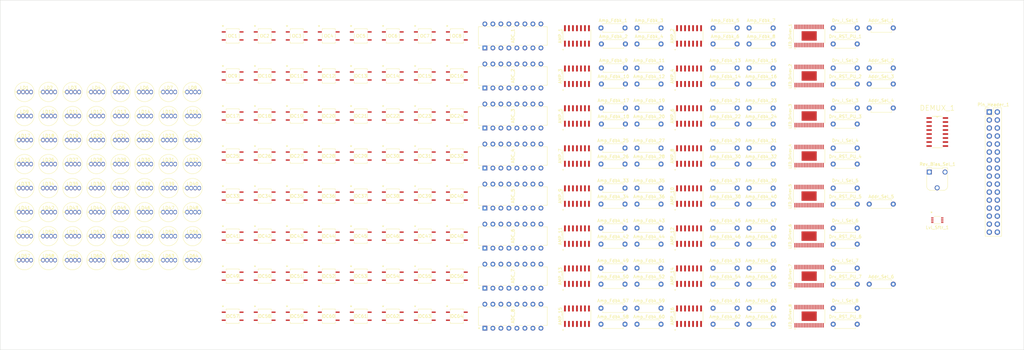
<source format=kicad_pcb>
(kicad_pcb (version 20211014) (generator pcbnew)
  (layers (0 "F.Cu" signal "Front") (31 "B.Cu" signal "Back") (34 "B.Paste" user) (35 "F.Paste" user) (36 "B.SilkS" user "B.Silkscreen") (37 "F.SilkS" user "F.Silkscreen") (38 "B.Mask" user) (39 "F.Mask" user) (44 "Edge.Cuts" user))
  (net 0 "")
  (net 1 "/LED Row IO 1/ LDRow_Amps/Amp_OP_8")
  (net 2 "/LED Row IO 1/ LDRow_Amps/Amp_OP_7")
  (net 3 "/LED Row IO 1/ LDRow_Amps/Amp_OP_6")
  (net 4 "/LED Row IO 1/ LDRow_Amps/Amp_OP_5")
  (net 5 "/LED Row IO 1/ LDRow_Amps/Amp_OP_4")
  (net 6 "/LED Row IO 1/ LDRow_Amps/Amp_OP_3")
  (net 7 "/LED Row IO 1/ LDRow_Amps/Amp_OP_2")
  (net 8 "/LED Row IO 1/ LDRow_Amps/Amp_OP_1")
  (net 9 "GND")
  (net 10 "/LED Row IO 1/ADC_SHDN")
  (net 11 "SPI_MOSI")
  (net 12 "SPI_MISO_5V")
  (net 13 "SPI_SCK")
  (net 14 "+5V")
  (net 15 "/LED Row IO 2/ LDRow_Amps/Amp_OP_8")
  (net 16 "/LED Row IO 2/ LDRow_Amps/Amp_OP_7")
  (net 17 "/LED Row IO 2/ LDRow_Amps/Amp_OP_6")
  (net 18 "/LED Row IO 2/ LDRow_Amps/Amp_OP_5")
  (net 19 "/LED Row IO 2/ LDRow_Amps/Amp_OP_4")
  (net 20 "/LED Row IO 2/ LDRow_Amps/Amp_OP_3")
  (net 21 "/LED Row IO 2/ LDRow_Amps/Amp_OP_2")
  (net 22 "/LED Row IO 2/ LDRow_Amps/Amp_OP_1")
  (net 23 "/LED Row IO 2/ADC_SHDN")
  (net 24 "/LED Row IO 3/ LDRow_Amps/Amp_OP_8")
  (net 25 "/LED Row IO 3/ LDRow_Amps/Amp_OP_7")
  (net 26 "/LED Row IO 3/ LDRow_Amps/Amp_OP_6")
  (net 27 "/LED Row IO 3/ LDRow_Amps/Amp_OP_5")
  (net 28 "/LED Row IO 3/ LDRow_Amps/Amp_OP_4")
  (net 29 "/LED Row IO 3/ LDRow_Amps/Amp_OP_3")
  (net 30 "/LED Row IO 3/ LDRow_Amps/Amp_OP_2")
  (net 31 "/LED Row IO 3/ LDRow_Amps/Amp_OP_1")
  (net 32 "/LED Row IO 3/ADC_SHDN")
  (net 33 "/LED Row IO 4/ LDRow_Amps/Amp_OP_8")
  (net 34 "/LED Row IO 4/ LDRow_Amps/Amp_OP_7")
  (net 35 "/LED Row IO 4/ LDRow_Amps/Amp_OP_6")
  (net 36 "/LED Row IO 4/ LDRow_Amps/Amp_OP_5")
  (net 37 "/LED Row IO 4/ LDRow_Amps/Amp_OP_4")
  (net 38 "/LED Row IO 4/ LDRow_Amps/Amp_OP_3")
  (net 39 "/LED Row IO 4/ LDRow_Amps/Amp_OP_2")
  (net 40 "/LED Row IO 4/ LDRow_Amps/Amp_OP_1")
  (net 41 "/LED Row IO 4/ADC_SHDN")
  (net 42 "/LED Row IO 5/ LDRow_Amps/Amp_OP_8")
  (net 43 "/LED Row IO 5/ LDRow_Amps/Amp_OP_7")
  (net 44 "/LED Row IO 5/ LDRow_Amps/Amp_OP_6")
  (net 45 "/LED Row IO 5/ LDRow_Amps/Amp_OP_5")
  (net 46 "/LED Row IO 5/ LDRow_Amps/Amp_OP_4")
  (net 47 "/LED Row IO 5/ LDRow_Amps/Amp_OP_3")
  (net 48 "/LED Row IO 5/ LDRow_Amps/Amp_OP_2")
  (net 49 "/LED Row IO 5/ LDRow_Amps/Amp_OP_1")
  (net 50 "/LED Row IO 5/ADC_SHDN")
  (net 51 "/LED Row IO 6/ LDRow_Amps/Amp_OP_8")
  (net 52 "/LED Row IO 6/ LDRow_Amps/Amp_OP_7")
  (net 53 "/LED Row IO 6/ LDRow_Amps/Amp_OP_6")
  (net 54 "/LED Row IO 6/ LDRow_Amps/Amp_OP_5")
  (net 55 "/LED Row IO 6/ LDRow_Amps/Amp_OP_4")
  (net 56 "/LED Row IO 6/ LDRow_Amps/Amp_OP_3")
  (net 57 "/LED Row IO 6/ LDRow_Amps/Amp_OP_2")
  (net 58 "/LED Row IO 6/ LDRow_Amps/Amp_OP_1")
  (net 59 "/LED Row IO 6/ADC_SHDN")
  (net 60 "/LED Row IO 7/ LDRow_Amps/Amp_OP_8")
  (net 61 "/LED Row IO 7/ LDRow_Amps/Amp_OP_7")
  (net 62 "/LED Row IO 7/ LDRow_Amps/Amp_OP_6")
  (net 63 "/LED Row IO 7/ LDRow_Amps/Amp_OP_5")
  (net 64 "/LED Row IO 7/ LDRow_Amps/Amp_OP_4")
  (net 65 "/LED Row IO 7/ LDRow_Amps/Amp_OP_3")
  (net 66 "/LED Row IO 7/ LDRow_Amps/Amp_OP_2")
  (net 67 "/LED Row IO 7/ LDRow_Amps/Amp_OP_1")
  (net 68 "/LED Row IO 7/ADC_SHDN")
  (net 69 "/LED Row IO 8/ LDRow_Amps/Amp_OP_8")
  (net 70 "/LED Row IO 8/ LDRow_Amps/Amp_OP_7")
  (net 71 "/LED Row IO 8/ LDRow_Amps/Amp_OP_6")
  (net 72 "/LED Row IO 8/ LDRow_Amps/Amp_OP_5")
  (net 73 "/LED Row IO 8/ LDRow_Amps/Amp_OP_4")
  (net 74 "/LED Row IO 8/ LDRow_Amps/Amp_OP_3")
  (net 75 "/LED Row IO 8/ LDRow_Amps/Amp_OP_2")
  (net 76 "/LED Row IO 8/ LDRow_Amps/Amp_OP_1")
  (net 77 "/LED Row IO 8/ADC_SHDN")
  (net 78 "/LED Row IO 1/Drv_AD1")
  (net 79 "/LED Row IO 2/Drv_AD1")
  (net 80 "/LED Row IO 2/Drv_AD0")
  (net 81 "/LED Row IO 3/Drv_AD1")
  (net 82 "/LED Row IO 5/Drv_AD0")
  (net 83 "/LED Row IO 7/Drv_AD0")
  (net 84 "/LED Row IO 1/ LDRow_Amps/Amp_IP_4")
  (net 85 "RB Voltage")
  (net 86 "+9V")
  (net 87 "/LED Row IO 1/ LDRow_Amps/Amp_IP_3")
  (net 88 "/LED Row IO 1/ LDRow_Amps/Amp_IP_2")
  (net 89 "/LED Row IO 1/ LDRow_Amps/Amp_IP_1")
  (net 90 "/LED Row IO 1/ LDRow_Amps/Amp_IP_8")
  (net 91 "/LED Row IO 1/ LDRow_Amps/Amp_IP_7")
  (net 92 "/LED Row IO 1/ LDRow_Amps/Amp_IP_6")
  (net 93 "/LED Row IO 1/ LDRow_Amps/Amp_IP_5")
  (net 94 "/LED Row IO 2/ LDRow_Amps/Amp_IP_4")
  (net 95 "/LED Row IO 2/ LDRow_Amps/Amp_IP_3")
  (net 96 "/LED Row IO 2/ LDRow_Amps/Amp_IP_2")
  (net 97 "/LED Row IO 2/ LDRow_Amps/Amp_IP_1")
  (net 98 "/LED Row IO 2/ LDRow_Amps/Amp_IP_8")
  (net 99 "/LED Row IO 2/ LDRow_Amps/Amp_IP_7")
  (net 100 "/LED Row IO 2/ LDRow_Amps/Amp_IP_6")
  (net 101 "/LED Row IO 2/ LDRow_Amps/Amp_IP_5")
  (net 102 "/LED Row IO 3/ LDRow_Amps/Amp_IP_4")
  (net 103 "/LED Row IO 3/ LDRow_Amps/Amp_IP_3")
  (net 104 "/LED Row IO 3/ LDRow_Amps/Amp_IP_2")
  (net 105 "/LED Row IO 3/ LDRow_Amps/Amp_IP_1")
  (net 106 "/LED Row IO 3/ LDRow_Amps/Amp_IP_8")
  (net 107 "/LED Row IO 3/ LDRow_Amps/Amp_IP_7")
  (net 108 "/LED Row IO 3/ LDRow_Amps/Amp_IP_6")
  (net 109 "/LED Row IO 3/ LDRow_Amps/Amp_IP_5")
  (net 110 "/LED Row IO 4/ LDRow_Amps/Amp_IP_4")
  (net 111 "/LED Row IO 4/ LDRow_Amps/Amp_IP_3")
  (net 112 "/LED Row IO 4/ LDRow_Amps/Amp_IP_2")
  (net 113 "/LED Row IO 4/ LDRow_Amps/Amp_IP_1")
  (net 114 "/LED Row IO 4/ LDRow_Amps/Amp_IP_8")
  (net 115 "/LED Row IO 4/ LDRow_Amps/Amp_IP_7")
  (net 116 "/LED Row IO 4/ LDRow_Amps/Amp_IP_6")
  (net 117 "/LED Row IO 4/ LDRow_Amps/Amp_IP_5")
  (net 118 "/LED Row IO 5/ LDRow_Amps/Amp_IP_4")
  (net 119 "/LED Row IO 5/ LDRow_Amps/Amp_IP_3")
  (net 120 "/LED Row IO 5/ LDRow_Amps/Amp_IP_2")
  (net 121 "/LED Row IO 5/ LDRow_Amps/Amp_IP_1")
  (net 122 "/LED Row IO 5/ LDRow_Amps/Amp_IP_8")
  (net 123 "/LED Row IO 5/ LDRow_Amps/Amp_IP_7")
  (net 124 "/LED Row IO 5/ LDRow_Amps/Amp_IP_6")
  (net 125 "/LED Row IO 5/ LDRow_Amps/Amp_IP_5")
  (net 126 "/LED Row IO 6/ LDRow_Amps/Amp_IP_4")
  (net 127 "/LED Row IO 6/ LDRow_Amps/Amp_IP_3")
  (net 128 "/LED Row IO 6/ LDRow_Amps/Amp_IP_2")
  (net 129 "/LED Row IO 6/ LDRow_Amps/Amp_IP_1")
  (net 130 "/LED Row IO 6/ LDRow_Amps/Amp_IP_8")
  (net 131 "/LED Row IO 6/ LDRow_Amps/Amp_IP_7")
  (net 132 "/LED Row IO 6/ LDRow_Amps/Amp_IP_6")
  (net 133 "/LED Row IO 6/ LDRow_Amps/Amp_IP_5")
  (net 134 "/LED Row IO 7/ LDRow_Amps/Amp_IP_4")
  (net 135 "/LED Row IO 7/ LDRow_Amps/Amp_IP_3")
  (net 136 "/LED Row IO 7/ LDRow_Amps/Amp_IP_2")
  (net 137 "/LED Row IO 7/ LDRow_Amps/Amp_IP_1")
  (net 138 "/LED Row IO 7/ LDRow_Amps/Amp_IP_8")
  (net 139 "/LED Row IO 7/ LDRow_Amps/Amp_IP_7")
  (net 140 "/LED Row IO 7/ LDRow_Amps/Amp_IP_6")
  (net 141 "/LED Row IO 7/ LDRow_Amps/Amp_IP_5")
  (net 142 "/LED Row IO 8/ LDRow_Amps/Amp_IP_4")
  (net 143 "/LED Row IO 8/ LDRow_Amps/Amp_IP_3")
  (net 144 "/LED Row IO 8/ LDRow_Amps/Amp_IP_2")
  (net 145 "/LED Row IO 8/ LDRow_Amps/Amp_IP_1")
  (net 146 "/LED Row IO 8/ LDRow_Amps/Amp_IP_8")
  (net 147 "/LED Row IO 8/ LDRow_Amps/Amp_IP_7")
  (net 148 "/LED Row IO 8/ LDRow_Amps/Amp_IP_6")
  (net 149 "/LED Row IO 8/ LDRow_Amps/Amp_IP_5")
  (net 150 "SPI_SS_0")
  (net 151 "SPI_SS_1")
  (net 152 "SPI_SS_2")
  (net 153 "Net-(Drv_I_Sel_1-Pad2)")
  (net 154 "Net-(Drv_I_Sel_2-Pad2)")
  (net 155 "Net-(Drv_I_Sel_3-Pad2)")
  (net 156 "Net-(Drv_I_Sel_4-Pad2)")
  (net 157 "Net-(Drv_I_Sel_5-Pad2)")
  (net 158 "Net-(Drv_I_Sel_6-Pad2)")
  (net 159 "Net-(Drv_I_Sel_7-Pad2)")
  (net 160 "Net-(Drv_I_Sel_8-Pad2)")
  (net 161 "Net-(Drv_RST_PU_1-Pad2)")
  (net 162 "Net-(Drv_RST_PU_2-Pad2)")
  (net 163 "Net-(Drv_RST_PU_3-Pad2)")
  (net 164 "Net-(Drv_RST_PU_4-Pad2)")
  (net 165 "Net-(Drv_RST_PU_5-Pad2)")
  (net 166 "Net-(Drv_RST_PU_6-Pad2)")
  (net 167 "Net-(Drv_RST_PU_7-Pad2)")
  (net 168 "Net-(Drv_RST_PU_8-Pad2)")
  (net 169 "/LED Row IO 1/LDRow/LD1_G")
  (net 170 "/LED Row IO 1/LDRow/LD1_B")
  (net 171 "/LED Row IO 1/LDRow/LD1_R")
  (net 172 "/LED Row IO 1/LDRow/LD2_G")
  (net 173 "/LED Row IO 1/LDRow/LD2_B")
  (net 174 "/LED Row IO 1/LDRow/LD2_R")
  (net 175 "/LED Row IO 1/LDRow/LD3_G")
  (net 176 "/LED Row IO 1/LDRow/LD3_B")
  (net 177 "/LED Row IO 1/LDRow/LD3_R")
  (net 178 "/LED Row IO 1/LDRow/LD4_G")
  (net 179 "/LED Row IO 1/LDRow/LD4_B")
  (net 180 "/LED Row IO 1/LDRow/LD4_R")
  (net 181 "/LED Row IO 1/LDRow/LD5_G")
  (net 182 "/LED Row IO 1/LDRow/LD5_B")
  (net 183 "/LED Row IO 1/LDRow/LD5_R")
  (net 184 "/LED Row IO 1/LDRow/LD6_G")
  (net 185 "/LED Row IO 1/LDRow/LD6_B")
  (net 186 "/LED Row IO 1/LDRow/LD6_R")
  (net 187 "/LED Row IO 1/LDRow/LD7_G")
  (net 188 "/LED Row IO 1/LDRow/LD7_B")
  (net 189 "/LED Row IO 1/LDRow/LD7_R")
  (net 190 "/LED Row IO 1/LDRow/LD8_G")
  (net 191 "/LED Row IO 1/LDRow/LD8_B")
  (net 192 "/LED Row IO 1/LDRow/LD8_R")
  (net 193 "/LED Row IO 2/LDRow/LD1_G")
  (net 194 "/LED Row IO 2/LDRow/LD1_B")
  (net 195 "/LED Row IO 2/LDRow/LD1_R")
  (net 196 "/LED Row IO 2/LDRow/LD2_G")
  (net 197 "/LED Row IO 2/LDRow/LD2_B")
  (net 198 "/LED Row IO 2/LDRow/LD2_R")
  (net 199 "/LED Row IO 2/LDRow/LD3_G")
  (net 200 "/LED Row IO 2/LDRow/LD3_B")
  (net 201 "/LED Row IO 2/LDRow/LD3_R")
  (net 202 "/LED Row IO 2/LDRow/LD4_G")
  (net 203 "/LED Row IO 2/LDRow/LD4_B")
  (net 204 "/LED Row IO 2/LDRow/LD4_R")
  (net 205 "/LED Row IO 2/LDRow/LD5_G")
  (net 206 "/LED Row IO 2/LDRow/LD5_B")
  (net 207 "/LED Row IO 2/LDRow/LD5_R")
  (net 208 "/LED Row IO 2/LDRow/LD6_G")
  (net 209 "/LED Row IO 2/LDRow/LD6_B")
  (net 210 "/LED Row IO 2/LDRow/LD6_R")
  (net 211 "/LED Row IO 2/LDRow/LD7_G")
  (net 212 "/LED Row IO 2/LDRow/LD7_B")
  (net 213 "/LED Row IO 2/LDRow/LD7_R")
  (net 214 "/LED Row IO 2/LDRow/LD8_G")
  (net 215 "/LED Row IO 2/LDRow/LD8_B")
  (net 216 "/LED Row IO 2/LDRow/LD8_R")
  (net 217 "/LED Row IO 3/LDRow/LD1_G")
  (net 218 "/LED Row IO 3/LDRow/LD1_B")
  (net 219 "/LED Row IO 3/LDRow/LD1_R")
  (net 220 "/LED Row IO 3/LDRow/LD2_G")
  (net 221 "/LED Row IO 3/LDRow/LD2_B")
  (net 222 "/LED Row IO 3/LDRow/LD2_R")
  (net 223 "/LED Row IO 3/LDRow/LD3_G")
  (net 224 "/LED Row IO 3/LDRow/LD3_B")
  (net 225 "/LED Row IO 3/LDRow/LD3_R")
  (net 226 "/LED Row IO 3/LDRow/LD4_G")
  (net 227 "/LED Row IO 3/LDRow/LD4_B")
  (net 228 "/LED Row IO 3/LDRow/LD4_R")
  (net 229 "/LED Row IO 3/LDRow/LD5_G")
  (net 230 "/LED Row IO 3/LDRow/LD5_B")
  (net 231 "/LED Row IO 3/LDRow/LD5_R")
  (net 232 "/LED Row IO 3/LDRow/LD6_G")
  (net 233 "/LED Row IO 3/LDRow/LD6_B")
  (net 234 "/LED Row IO 3/LDRow/LD6_R")
  (net 235 "/LED Row IO 3/LDRow/LD7_G")
  (net 236 "/LED Row IO 3/LDRow/LD7_B")
  (net 237 "/LED Row IO 3/LDRow/LD7_R")
  (net 238 "/LED Row IO 3/LDRow/LD8_G")
  (net 239 "/LED Row IO 3/LDRow/LD8_B")
  (net 240 "/LED Row IO 3/LDRow/LD8_R")
  (net 241 "/LED Row IO 4/LDRow/LD1_G")
  (net 242 "/LED Row IO 4/LDRow/LD1_B")
  (net 243 "/LED Row IO 4/LDRow/LD1_R")
  (net 244 "/LED Row IO 4/LDRow/LD2_G")
  (net 245 "/LED Row IO 4/LDRow/LD2_B")
  (net 246 "/LED Row IO 4/LDRow/LD2_R")
  (net 247 "/LED Row IO 4/LDRow/LD3_G")
  (net 248 "/LED Row IO 4/LDRow/LD3_B")
  (net 249 "/LED Row IO 4/LDRow/LD3_R")
  (net 250 "/LED Row IO 4/LDRow/LD4_G")
  (net 251 "/LED Row IO 4/LDRow/LD4_B")
  (net 252 "/LED Row IO 4/LDRow/LD4_R")
  (net 253 "/LED Row IO 4/LDRow/LD5_G")
  (net 254 "/LED Row IO 4/LDRow/LD5_B")
  (net 255 "/LED Row IO 4/LDRow/LD5_R")
  (net 256 "/LED Row IO 4/LDRow/LD6_G")
  (net 257 "/LED Row IO 4/LDRow/LD6_B")
  (net 258 "/LED Row IO 4/LDRow/LD6_R")
  (net 259 "/LED Row IO 4/LDRow/LD7_G")
  (net 260 "/LED Row IO 4/LDRow/LD7_B")
  (net 261 "/LED Row IO 4/LDRow/LD7_R")
  (net 262 "/LED Row IO 4/LDRow/LD8_G")
  (net 263 "/LED Row IO 4/LDRow/LD8_B")
  (net 264 "/LED Row IO 4/LDRow/LD8_R")
  (net 265 "/LED Row IO 5/LDRow/LD1_G")
  (net 266 "/LED Row IO 5/LDRow/LD1_B")
  (net 267 "/LED Row IO 5/LDRow/LD1_R")
  (net 268 "/LED Row IO 5/LDRow/LD2_G")
  (net 269 "/LED Row IO 5/LDRow/LD2_B")
  (net 270 "/LED Row IO 5/LDRow/LD2_R")
  (net 271 "/LED Row IO 5/LDRow/LD3_G")
  (net 272 "/LED Row IO 5/LDRow/LD3_B")
  (net 273 "/LED Row IO 5/LDRow/LD3_R")
  (net 274 "/LED Row IO 5/LDRow/LD4_G")
  (net 275 "/LED Row IO 5/LDRow/LD4_B")
  (net 276 "/LED Row IO 5/LDRow/LD4_R")
  (net 277 "/LED Row IO 5/LDRow/LD5_G")
  (net 278 "/LED Row IO 5/LDRow/LD5_B")
  (net 279 "/LED Row IO 5/LDRow/LD5_R")
  (net 280 "/LED Row IO 5/LDRow/LD6_G")
  (net 281 "/LED Row IO 5/LDRow/LD6_B")
  (net 282 "/LED Row IO 5/LDRow/LD6_R")
  (net 283 "/LED Row IO 5/LDRow/LD7_G")
  (net 284 "/LED Row IO 5/LDRow/LD7_B")
  (net 285 "/LED Row IO 5/LDRow/LD7_R")
  (net 286 "/LED Row IO 5/LDRow/LD8_G")
  (net 287 "/LED Row IO 5/LDRow/LD8_B")
  (net 288 "/LED Row IO 5/LDRow/LD8_R")
  (net 289 "/LED Row IO 6/LDRow/LD1_G")
  (net 290 "/LED Row IO 6/LDRow/LD1_B")
  (net 291 "/LED Row IO 6/LDRow/LD1_R")
  (net 292 "/LED Row IO 6/LDRow/LD2_G")
  (net 293 "/LED Row IO 6/LDRow/LD2_B")
  (net 294 "/LED Row IO 6/LDRow/LD2_R")
  (net 295 "/LED Row IO 6/LDRow/LD3_G")
  (net 296 "/LED Row IO 6/LDRow/LD3_B")
  (net 297 "/LED Row IO 6/LDRow/LD3_R")
  (net 298 "/LED Row IO 6/LDRow/LD4_G")
  (net 299 "/LED Row IO 6/LDRow/LD4_B")
  (net 300 "/LED Row IO 6/LDRow/LD4_R")
  (net 301 "/LED Row IO 6/LDRow/LD5_G")
  (net 302 "/LED Row IO 6/LDRow/LD5_B")
  (net 303 "/LED Row IO 6/LDRow/LD5_R")
  (net 304 "/LED Row IO 6/LDRow/LD6_G")
  (net 305 "/LED Row IO 6/LDRow/LD6_B")
  (net 306 "/LED Row IO 6/LDRow/LD6_R")
  (net 307 "/LED Row IO 6/LDRow/LD7_G")
  (net 308 "/LED Row IO 6/LDRow/LD7_B")
  (net 309 "/LED Row IO 6/LDRow/LD7_R")
  (net 310 "/LED Row IO 6/LDRow/LD8_G")
  (net 311 "/LED Row IO 6/LDRow/LD8_B")
  (net 312 "/LED Row IO 6/LDRow/LD8_R")
  (net 313 "/LED Row IO 7/LDRow/LD1_G")
  (net 314 "/LED Row IO 7/LDRow/LD1_B")
  (net 315 "/LED Row IO 7/LDRow/LD1_R")
  (net 316 "/LED Row IO 7/LDRow/LD2_G")
  (net 317 "/LED Row IO 7/LDRow/LD2_B")
  (net 318 "/LED Row IO 7/LDRow/LD2_R")
  (net 319 "/LED Row IO 7/LDRow/LD3_G")
  (net 320 "/LED Row IO 7/LDRow/LD3_B")
  (net 321 "/LED Row IO 7/LDRow/LD3_R")
  (net 322 "/LED Row IO 7/LDRow/LD4_G")
  (net 323 "/LED Row IO 7/LDRow/LD4_B")
  (net 324 "/LED Row IO 7/LDRow/LD4_R")
  (net 325 "/LED Row IO 7/LDRow/LD5_G")
  (net 326 "/LED Row IO 7/LDRow/LD5_B")
  (net 327 "/LED Row IO 7/LDRow/LD5_R")
  (net 328 "/LED Row IO 7/LDRow/LD6_G")
  (net 329 "/LED Row IO 7/LDRow/LD6_B")
  (net 330 "/LED Row IO 7/LDRow/LD6_R")
  (net 331 "/LED Row IO 7/LDRow/LD7_G")
  (net 332 "/LED Row IO 7/LDRow/LD7_B")
  (net 333 "/LED Row IO 7/LDRow/LD7_R")
  (net 334 "/LED Row IO 7/LDRow/LD8_G")
  (net 335 "/LED Row IO 7/LDRow/LD8_B")
  (net 336 "/LED Row IO 7/LDRow/LD8_R")
  (net 337 "/LED Row IO 8/LDRow/LD1_G")
  (net 338 "/LED Row IO 8/LDRow/LD1_B")
  (net 339 "/LED Row IO 8/LDRow/LD1_R")
  (net 340 "/LED Row IO 8/LDRow/LD2_G")
  (net 341 "/LED Row IO 8/LDRow/LD2_B")
  (net 342 "/LED Row IO 8/LDRow/LD2_R")
  (net 343 "/LED Row IO 8/LDRow/LD3_G")
  (net 344 "/LED Row IO 8/LDRow/LD3_B")
  (net 345 "/LED Row IO 8/LDRow/LD3_R")
  (net 346 "/LED Row IO 8/LDRow/LD4_G")
  (net 347 "/LED Row IO 8/LDRow/LD4_B")
  (net 348 "/LED Row IO 8/LDRow/LD4_R")
  (net 349 "/LED Row IO 8/LDRow/LD5_G")
  (net 350 "/LED Row IO 8/LDRow/LD5_B")
  (net 351 "/LED Row IO 8/LDRow/LD5_R")
  (net 352 "/LED Row IO 8/LDRow/LD6_G")
  (net 353 "/LED Row IO 8/LDRow/LD6_B")
  (net 354 "/LED Row IO 8/LDRow/LD6_R")
  (net 355 "/LED Row IO 8/LDRow/LD7_G")
  (net 356 "/LED Row IO 8/LDRow/LD7_B")
  (net 357 "/LED Row IO 8/LDRow/LD7_R")
  (net 358 "/LED Row IO 8/LDRow/LD8_G")
  (net 359 "/LED Row IO 8/LDRow/LD8_B")
  (net 360 "/LED Row IO 8/LDRow/LD8_R")
  (net 361 "/LED Row IO 1/Drv_AD0")
  (net 362 "I2C_SCL")
  (net 363 "I2C_SDA_5V")
  (net 364 "Net-(LED_Driver_2-Pad6)")
  (net 365 "Net-(LED_Driver_2-Pad9)")
  (net 366 "Net-(LED_Driver_2-Pad12)")
  (net 367 "Net-(LED_Driver_2-Pad16)")
  (net 368 "Net-(LED_Driver_2-Pad20)")
  (net 369 "Net-(LED_Driver_2-Pad24)")
  (net 370 "Net-(LED_Driver_2-Pad28)")
  (net 371 "Net-(LED_Driver_2-Pad31)")
  (net 372 "Net-(LED_Driver_3-Pad6)")
  (net 373 "Net-(LED_Driver_3-Pad9)")
  (net 374 "Net-(LED_Driver_3-Pad12)")
  (net 375 "Net-(LED_Driver_3-Pad16)")
  (net 376 "Net-(LED_Driver_3-Pad20)")
  (net 377 "Net-(LED_Driver_3-Pad24)")
  (net 378 "Net-(LED_Driver_3-Pad28)")
  (net 379 "Net-(LED_Driver_3-Pad31)")
  (net 380 "/LED Row IO 4/Drv_AD1")
  (net 381 "Net-(LED_Driver_4-Pad6)")
  (net 382 "Net-(LED_Driver_4-Pad9)")
  (net 383 "Net-(LED_Driver_4-Pad12)")
  (net 384 "Net-(LED_Driver_4-Pad16)")
  (net 385 "Net-(LED_Driver_4-Pad20)")
  (net 386 "Net-(LED_Driver_4-Pad24)")
  (net 387 "Net-(LED_Driver_4-Pad28)")
  (net 388 "Net-(LED_Driver_4-Pad31)")
  (net 389 "/LED Row IO 5/Drv_AD1")
  (net 390 "Net-(LED_Driver_5-Pad6)")
  (net 391 "Net-(LED_Driver_5-Pad9)")
  (net 392 "Net-(LED_Driver_5-Pad12)")
  (net 393 "Net-(LED_Driver_5-Pad16)")
  (net 394 "Net-(LED_Driver_5-Pad20)")
  (net 395 "Net-(LED_Driver_5-Pad24)")
  (net 396 "Net-(LED_Driver_5-Pad28)")
  (net 397 "Net-(LED_Driver_5-Pad31)")
  (net 398 "/LED Row IO 6/Drv_AD0")
  (net 399 "/LED Row IO 6/Drv_AD1")
  (net 400 "Net-(LED_Driver_6-Pad6)")
  (net 401 "Net-(LED_Driver_6-Pad9)")
  (net 402 "Net-(LED_Driver_6-Pad12)")
  (net 403 "Net-(LED_Driver_6-Pad16)")
  (net 404 "Net-(LED_Driver_6-Pad20)")
  (net 405 "Net-(LED_Driver_6-Pad24)")
  (net 406 "Net-(LED_Driver_6-Pad28)")
  (net 407 "Net-(LED_Driver_6-Pad31)")
  (net 408 "/LED Row IO 7/Drv_AD1")
  (net 409 "Net-(LED_Driver_7-Pad6)")
  (net 410 "Net-(LED_Driver_7-Pad9)")
  (net 411 "Net-(LED_Driver_7-Pad12)")
  (net 412 "Net-(LED_Driver_7-Pad16)")
  (net 413 "Net-(LED_Driver_7-Pad20)")
  (net 414 "Net-(LED_Driver_7-Pad24)")
  (net 415 "Net-(LED_Driver_7-Pad28)")
  (net 416 "Net-(LED_Driver_7-Pad31)")
  (net 417 "/LED Row IO 8/Drv_AD1")
  (net 418 "Net-(LED_Driver_8-Pad6)")
  (net 419 "Net-(LED_Driver_8-Pad9)")
  (net 420 "Net-(LED_Driver_8-Pad12)")
  (net 421 "Net-(LED_Driver_8-Pad16)")
  (net 422 "Net-(LED_Driver_8-Pad20)")
  (net 423 "Net-(LED_Driver_8-Pad24)")
  (net 424 "Net-(LED_Driver_8-Pad28)")
  (net 425 "Net-(LED_Driver_8-Pad31)")
  (net 426 "+3V3")
  (net 427 "I2C_SDA_3V3")
  (net 428 "SPI_MISO_3V3")
  (net 429 "Net-(LED_Driver_1-Pad9)")
  (net 430 "Net-(LED_Driver_1-Pad6)")
  (net 431 "Net-(LED_Driver_1-Pad31)")
  (net 432 "Net-(LED_Driver_1-Pad28)")
  (net 433 "Net-(LED_Driver_1-Pad24)")
  (net 434 "Net-(LED_Driver_1-Pad20)")
  (net 435 "Net-(LED_Driver_1-Pad16)")
  (net 436 "Net-(LED_Driver_1-Pad12)")
  (footprint "Resistor_THT:R_Axial_DIN0207_L6.3mm_D2.5mm_P7.62mm_Horizontal" (layer "F.Cu") (at 210.9432 63.5)
    (fp_text reference "Amp_Fdbk_9")
    (fp_text value "2M")
  )
  (footprint "RGB LED:WP154A4SEJ3VBDZGC&slash_CA" (layer "F.Cu") (at 35.56 71.12)
    (fp_text reference "LD2")
    (fp_text value "WP154A4SEJ3VBDZGC/CA" hide)
  )
  (footprint "Opto-coupler:footprints" (layer "F.Cu") (at 144.78 66.04)
    (fp_text reference "OC14")
    (fp_text value "CPC1125N" hide)
  )
  (footprint "Resistor_THT:R_Axial_DIN0207_L6.3mm_D2.5mm_P7.62mm_Horizontal" (layer "F.Cu") (at 222.25 63.5)
    (fp_text reference "Amp_Fdbk_11")
    (fp_text value "2M")
  )
  (footprint "Resistor_THT:R_Axial_DIN0207_L6.3mm_D2.5mm_P7.62mm_Horizontal" (layer "F.Cu") (at 284.48 55.88)
    (fp_text reference "Drv_RST_PU_1")
    (fp_text value "10K")
  )
  (footprint "Opto-coupler:footprints" (layer "F.Cu") (at 104.14 116.84)
    (fp_text reference "OC42")
    (fp_text value "CPC1125N" hide)
  )
  (footprint "ADC:MCP3008-I&slash_P" (layer "F.Cu") (at 182.88 129.54 90)
    (property "VALUE" "MCP3008-I/P-DIP16")
    (fp_text reference "ADC_7")
    (fp_text value "MCU-MCP3008-I/P(DIP16-7.62MM)" hide)
  )
  (footprint "RGB LED:WP154A4SEJ3VBDZGC&slash_CA" (layer "F.Cu") (at 66.04 93.98)
    (fp_text reference "LD30")
    (fp_text value "WP154A4SEJ3VBDZGC/CA" hide)
  )
  (footprint "RGB LED:WP154A4SEJ3VBDZGC&slash_CA" (layer "F.Cu") (at 58.42 116.84)
    (fp_text reference "LD53")
    (fp_text value "WP154A4SEJ3VBDZGC/CA" hide)
  )
  (footprint "Resistor_THT:R_Axial_DIN0207_L6.3mm_D2.5mm_P7.62mm_Horizontal" (layer "F.Cu") (at 210.82 119.38)
    (fp_text reference "Amp_Fdbk_42")
    (fp_text value "2M")
  )
  (footprint "Opto-coupler:footprints" (layer "F.Cu") (at 134.62 66.04)
    (fp_text reference "OC13")
    (fp_text value "CPC1125N" hide)
  )
  (footprint "Op-Amp:footprints" (layer "F.Cu") (at 238.76 91.44 90)
    (fp_text reference "AMP_8")
    (fp_text value "MCP619-I/SL" hide)
  )
  (footprint "RGB LED:WP154A4SEJ3VBDZGC&slash_CA" (layer "F.Cu") (at 58.42 71.12)
    (fp_text reference "LD5")
    (fp_text value "WP154A4SEJ3VBDZGC/CA" hide)
  )
  (footprint "RGB LED:WP154A4SEJ3VBDZGC&slash_CA" (layer "F.Cu") (at 73.66 124.46)
    (fp_text reference "LD63")
    (fp_text value "WP154A4SEJ3VBDZGC/CA" hide)
  )
  (footprint "RGB LED:WP154A4SEJ3VBDZGC&slash_CA" (layer "F.Cu") (at 50.8 86.36)
    (fp_text reference "LD20")
    (fp_text value "WP154A4SEJ3VBDZGC/CA" hide)
  )
  (footprint "RGB LED:WP154A4SEJ3VBDZGC&slash_CA" (layer "F.Cu") (at 43.18 101.6)
    (fp_text reference "LD35")
    (fp_text value "WP154A4SEJ3VBDZGC/CA" hide)
  )
  (footprint "Resistor_THT:R_Axial_DIN0207_L6.3mm_D2.5mm_P7.62mm_Horizontal" (layer "F.Cu") (at 222.25 132.08)
    (fp_text reference "Amp_Fdbk_52")
    (fp_text value "2M")
  )
  (footprint "Resistor_THT:R_Axial_DIN0207_L6.3mm_D2.5mm_P7.62mm_Horizontal" (layer "F.Cu") (at 210.9432 81.28)
    (fp_text reference "Amp_Fdbk_18")
    (fp_text value "2M")
  )
  (footprint "RGB LED:WP154A4SEJ3VBDZGC&slash_CA" (layer "F.Cu") (at 27.94 116.84)
    (fp_text reference "LD49")
    (fp_text value "WP154A4SEJ3VBDZGC/CA" hide)
  )
  (footprint "Resistor_THT:R_Axial_DIN0207_L6.3mm_D2.5mm_P7.62mm_Horizontal" (layer "F.Cu") (at 257.81 76.2)
    (fp_text reference "Amp_Fdbk_23")
    (fp_text value "2M")
  )
  (footprint "RGB LED:WP154A4SEJ3VBDZGC&slash_CA" (layer "F.Cu") (at 43.18 93.98)
    (fp_text reference "LD27")
    (fp_text value "WP154A4SEJ3VBDZGC/CA" hide)
  )
  (footprint "Opto-coupler:footprints" (layer "F.Cu") (at 93.98 116.84)
    (fp_text reference "OC41")
    (fp_text value "CPC1125N" hide)
  )
  (footprint "Opto-coupler:footprints" (layer "F.Cu") (at 134.62 116.84)
    (fp_text reference "OC45")
    (fp_text value "CPC1125N" hide)
  )
  (footprint "Resistor_THT:R_Axial_DIN0207_L6.3mm_D2.5mm_P7.62mm_Horizontal" (layer "F.Cu") (at 246.38 50.8)
    (fp_text reference "Amp_Fdbk_5")
    (fp_text value "2M")
  )
  (footprint "RGB LED:WP154A4SEJ3VBDZGC&slash_CA" (layer "F.Cu") (at 27.94 71.12)
    (fp_text reference "LD1")
    (fp_text value "WP154A4SEJ3VBDZGC/CA" hide)
  )
  (footprint "Resistor_THT:R_Axial_DIN0207_L6.3mm_D2.5mm_P7.62mm_Horizontal" (layer "F.Cu") (at 222.25 127)
    (fp_text reference "Amp_Fdbk_51")
    (fp_text value "2M")
  )
  (footprint "Resistor_THT:R_Axial_DIN0207_L6.3mm_D2.5mm_P7.62mm_Horizontal" (layer "F.Cu") (at 210.9432 76.2)
    (fp_text reference "Amp_Fdbk_17")
    (fp_text value "2M")
  )
  (footprint "Resistor_THT:R_Axial_DIN0207_L6.3mm_D2.5mm_P7.62mm_Horizontal" (layer "F.Cu") (at 222.25 81.28)
    (fp_text reference "Amp_Fdbk_20")
    (fp_text value "2M")
  )
  (footprint "Op-Amp:footprints" (layer "F.Cu") (at 203.2 53.34 90)
    (fp_text reference "AMP_1")
    (fp_text value "MCP619-I/SL" hide)
  )
  (footprint "Resistor_THT:R_Axial_DIN0207_L6.3mm_D2.5mm_P7.62mm_Horizontal" (layer "F.Cu") (at 284.48 127)
    (fp_text reference "Drv_I_Sel_7")
    (fp_text value "2K")
  )
  (footprint "Opto-coupler:footprints" (layer "F.Cu") (at 154.94 53.34)
    (fp_text reference "OC7")
    (fp_text value "CPC1125N" hide)
  )
  (footprint "Resistor_THT:R_Axial_DIN0207_L6.3mm_D2.5mm_P7.62mm_Horizontal" (layer "F.Cu") (at 295.91 50.8)
    (fp_text reference "Addr_Sel_1")
    (fp_text value "100K")
  )
  (footprint "Level Shifter:LSF0102DCH" (layer "F.Cu") (at 317.5 111.76)
    (fp_text reference "Lvl_Sftr_1")
    (fp_text value "VSSOP8_SOT765-1_NEX" hide)
  )
  (footprint "Resistor_THT:R_Axial_DIN0207_L6.3mm_D2.5mm_P7.62mm_Horizontal" (layer "F.Cu") (at 210.82 88.9)
    (fp_text reference "Amp_Fdbk_25")
    (fp_text value "2M")
  )
  (footprint "RGB LED:WP154A4SEJ3VBDZGC&slash_CA" (layer "F.Cu") (at 43.18 109.22)
    (fp_text reference "LD43")
    (fp_text value "WP154A4SEJ3VBDZGC/CA" hide)
  )
  (footprint "Resistor_THT:R_Axial_DIN0207_L6.3mm_D2.5mm_P7.62mm_Horizontal" (layer "F.Cu") (at 257.81 63.5)
    (fp_text reference "Amp_Fdbk_15")
    (fp_text value "2M")
  )
  (footprint "Opto-coupler:footprints" (layer "F.Cu") (at 114.3 78.74)
    (fp_text reference "OC19")
    (fp_text value "CPC1125N" hide)
  )
  (footprint "RGB LED:WP154A4SEJ3VBDZGC&slash_CA" (layer "F.Cu") (at 58.42 78.74)
    (fp_text reference "LD13")
    (fp_text value "WP154A4SEJ3VBDZGC/CA" hide)
  )
  (footprint "Resistor_THT:R_Axial_DIN0207_L6.3mm_D2.5mm_P7.62mm_Horizontal" (layer "F.Cu") (at 257.81 127)
    (fp_text reference "Amp_Fdbk_55")
    (fp_text value "2M")
  )
  (footprint "RGB LED:WP154A4SEJ3VBDZGC&slash_CA" (layer "F.Cu") (at 81.28 71.12)
    (fp_text reference "LD8")
    (fp_text value "WP154A4SEJ3VBDZGC/CA" hide)
  )
  (footprint "Resistor_THT:R_Axial_DIN0207_L6.3mm_D2.5mm_P7.62mm_Horizontal" (layer "F.Cu") (at 210.82 93.98)
    (fp_text reference "Amp_Fdbk_26")
    (fp_text value "2M")
  )
  (footprint "Connector_PinHeader_2.54mm:PinHeader_2x16_P2.54mm_Vertical" (layer "F.Cu") (at 334.005 77.47)
    (fp_text reference "Pin_Header_1")
    (fp_text value "Conn_02x16_Odd_Even")
  )
  (footprint "Opto-coupler:footprints" (layer "F.Cu") (at 93.98 78.74)
    (fp_text reference "OC17")
    (fp_text value "CPC1125N" hide)
  )
  (footprint "ADC:MCP3008-I&slash_P" (layer "F.Cu") (at 182.88 104.14 90)
    (property "VALUE" "MCP3008-I/P-DIP16")
    (fp_text reference "ADC_5")
    (fp_text value "MCU-MCP3008-I/P(DIP16-7.62MM)" hide)
  )
  (footprint "Resistor_THT:R_Axial_DIN0207_L6.3mm_D2.5mm_P7.62mm_Horizontal" (layer "F.Cu") (at 210.82 139.7)
    (fp_text reference "Amp_Fdbk_57")
    (fp_text value "2M")
  )
  (footprint "Opto-coupler:footprints" (layer "F.Cu") (at 165.1 53.34)
    (fp_text reference "OC8")
    (fp_text value "CPC1125N" hide)
  )
  (footprint "Resistor_THT:R_Axial_DIN0207_L6.3mm_D2.5mm_P7.62mm_Horizontal" (layer "F.Cu") (at 246.38 68.58)
    (fp_text reference "Amp_Fdbk_14")
    (fp_text value "2M")
  )
  (footprint "Resistor_THT:R_Axial_DIN0207_L6.3mm_D2.5mm_P7.62mm_Horizontal" (layer "F.Cu") (at 222.25 93.98)
    (fp_text reference "Amp_Fdbk_28")
    (fp_text value "2M")
  )
  (footprint "Opto-coupler:footprints" (layer "F.Cu") (at 154.94 129.54)
    (fp_text reference "OC55")
    (fp_text value "CPC1125N" hide)
  )
  (footprint "Resistor_THT:R_Axial_DIN0207_L6.3mm_D2.5mm_P7.62mm_Horizontal" (layer "F.Cu") (at 222.25 76.2)
    (fp_text reference "Amp_Fdbk_19")
    (fp_text value "2M")
  )
  (footprint "Opto-coupler:footprints" (layer "F.Cu") (at 124.46 53.34)
    (fp_text reference "OC4")
    (fp_text value "CPC1125N" hide)
  )
  (footprint "RGB LED:WP154A4SEJ3VBDZGC&slash_CA" (layer "F.Cu") (at 35.56 101.6)
    (fp_text reference "LD34")
    (fp_text value "WP154A4SEJ3VBDZGC/CA" hide)
  )
  (footprint "Opto-coupler:footprints" (layer "F.Cu") (at 144.78 104.14)
    (fp_text reference "OC38")
    (fp_text value "CPC1125N" hide)
  )
  (footprint "RGB LED:WP154A4SEJ3VBDZGC&slash_CA" (layer "F.Cu") (at 50.8 78.74)
    (fp_text reference "LD12")
    (fp_text value "WP154A4SEJ3VBDZGC/CA" hide)
  )
  (footprint "Resistor_THT:R_Axial_DIN0207_L6.3mm_D2.5mm_P7.62mm_Horizontal" (layer "F.Cu") (at 257.81 81.28)
    (fp_text reference "Amp_Fdbk_24")
    (fp_text value "2M")
  )
  (footprint "Opto-coupler:footprints" (layer "F.Cu") (at 165.1 116.84)
    (fp_text reference "OC48")
    (fp_text value "CPC1125N" hide)
  )
  (footprint "Op-Amp:footprints" (layer "F.Cu") (at 238.76 78.74 90)
    (fp_text reference "AMP_6")
    (fp_text value "MCP619-I/SL" hide)
  )
  (footprint "Opto-coupler:footprints" (layer "F.Cu") (at 114.3 104.14)
    (fp_text reference "OC35")
    (fp_text value "CPC1125N" hide)
  )
  (footprint "RGB LED:WP154A4SEJ3VBDZGC&slash_CA" (layer "F.Cu") (at 73.66 93.98)
    (fp_text reference "LD31")
    (fp_text value "WP154A4SEJ3VBDZGC/CA" hide)
  )
  (footprint "Opto-coupler:footprints" (layer "F.Cu") (at 165.1 78.74)
    (fp_text reference "OC24")
    (fp_text value "CPC1125N" hide)
  )
  (footprint "RGB LED:WP154A4SEJ3VBDZGC&slash_CA" (layer "F.Cu") (at 81.28 93.98)
    (fp_text reference "LD32")
    (fp_text value "WP154A4SEJ3VBDZGC/CA" hide)
  )
  (footprint "Resistor_THT:R_Axial_DIN0207_L6.3mm_D2.5mm_P7.62mm_Horizontal" (layer "F.Cu") (at 257.81 139.7)
    (fp_text reference "Amp_Fdbk_63")
    (fp_text value "2M")
  )
  (footprint "RGB LED:WP154A4SEJ3VBDZGC&slash_CA" (layer "F.Cu") (at 81.28 78.74)
    (fp_text reference "LD16")
    (fp_text value "WP154A4SEJ3VBDZGC/CA" hide)
  )
  (footprint "Resistor_THT:R_Axial_DIN0207_L6.3mm_D2.5mm_P7.62mm_Horizontal" (layer "F.Cu") (at 246.38 139.7)
    (fp_text reference "Amp_Fdbk_61")
    (fp_text value "2M")
  )
  (footprint "RGB LED:WP154A4SEJ3VBDZGC&slash_CA" (layer "F.Cu") (at 73.66 109.22)
    (fp_text reference "LD47")
    (fp_text value "WP154A4SEJ3VBDZGC/CA" hide)
  )
  (footprint "RGB LED:WP154A4SEJ3VBDZGC&slash_CA" (layer "F.Cu") (at 27.94 109.22)
    (fp_text reference "LD41")
    (fp_text value "WP154A4SEJ3VBDZGC/CA" hide)
  )
  (footprint "Op-Amp:footprints" (layer "F.Cu") (at 238.76 66.125 90)
    (fp_text reference "AMP_4")
    (fp_text value "MCP619-I/SL" hide)
  )
  (footprint "RGB LED:WP154A4SEJ3VBDZGC&slash_CA" (layer "F.Cu") (at 81.28 86.36)
    (fp_text reference "LD24")
    (fp_text value "WP154A4SEJ3VBDZGC/CA" hide)
  )
  (footprint "Opto-coupler:footprints" (layer "F.Cu") (at 114.3 142.24)
    (fp_text reference "OC59")
    (fp_text value "CPC1125N" hide)
  )
  (footprint "RGB LED:WP154A4SEJ3VBDZGC&slash_CA" (layer "F.Cu") (at 81.28 124.46)
    (fp_text reference "LD64")
    (fp_text value "WP154A4SEJ3VBDZGC/CA" hide)
  )
  (footprint "LED Driver:SOP50P640X110-39N" (layer "F.Cu") (at 276.86 66.04 90)
    (fp_text reference "LED_Driver_2")
    (fp_text value "PCA9956BTWY" hide)
  )
  (footprint "Resistor_THT:R_Axial_DIN0207_L6.3mm_D2.5mm_P7.62mm_Horizontal" (layer "F.Cu") (at 284.48 101.6)
    (fp_text reference "Drv_I_Sel_5")
    (fp_text value "2K")
  )
  (footprint "Opto-coupler:footprints" (layer "F.Cu") (at 165.1 142.24)
    (fp_text reference "OC64")
    (fp_text value "CPC1125N" hide)
  )
  (footprint "Opto-coupler:footprints" (layer "F.Cu") (at 114.3 66.04)
    (fp_text reference "OC11")
    (fp_text value "CPC1125N" hide)
  )
  (footprint "LED Driver:SOP50P640X110-39N" (layer "F.Cu") (at 276.82 116.84 90)
    (fp_text reference "LED_Driver_6")
    (fp_text value "PCA9956BTWY" hide)
  )
  (footprint "ADC:MCP3008-I&slash_P" (layer "F.Cu") (at 182.88 116.84 90)
    (property "VALUE" "MCP3008-I/P-DIP16")
    (fp_text reference "ADC_6")
    (fp_text value "MCU-MCP3008-I/P(DIP16-7.62MM)" hide)
  )
  (footprint "Resistor_THT:R_Axial_DIN0207_L6.3mm_D2.5mm_P7.62mm_Horizontal" (layer "F.Cu") (at 210.82 127)
    (fp_text reference "Amp_Fdbk_49")
    (fp_text value "2M")
  )
  (footprint "Opto-coupler:footprints" (layer "F.Cu") (at 124.46 129.54)
    (fp_text reference "OC52")
    (fp_text value "CPC1125N" hide)
  )
  (footprint "Resistor_THT:R_Axial_DIN0207_L6.3mm_D2.5mm_P7.62mm_Horizontal" (layer "F.Cu") (at 210.82 132.08)
    (fp_text reference "Amp_Fdbk_50")
    (fp_text value "2M")
  )
  (footprint "Op-Amp:footprints" (layer "F.Cu") (at 203.2 142.24 90)
    (fp_text reference "AMP_15")
    (fp_text value "MCP619-I/SL" hide)
  )
  (footprint "Opto-coupler:footprints" (layer "F.Cu") (at 104.14 78.74)
    (fp_text reference "OC18")
    (fp_text value "CPC1125N" hide)
  )
  (footprint "RGB LED:WP154A4SEJ3VBDZGC&slash_CA" (layer "F.Cu") (at 35.56 86.36)
    (fp_text reference "LD18")
    (fp_text value "WP154A4SEJ3VBDZGC/CA" hide)
  )
  (footprint "Resistor_THT:R_Axial_DIN0207_L6.3mm_D2.5mm_P7.62mm_Horizontal" (layer "F.Cu") (at 284.48 132.08)
    (fp_text reference "Drv_RST_PU_7")
    (fp_text value "10K")
  )
  (footprint "ADC:MCP3008-I&slash_P" (layer "F.Cu") (at 182.88 142.24 90)
    (property "VALUE" "MCP3008-I/P-DIP16")
    (fp_text reference "ADC_8")
    (fp_text value "MCU-MCP3008-I/P(DIP16-7.62MM)" hide)
  )
  (footprint "RGB LED:WP154A4SEJ3VBDZGC&slash_CA" (layer "F.Cu") (at 27.94 93.98)
    (fp_text reference "LD25")
    (fp_text value "WP154A4SEJ3VBDZGC/CA" hide)
  )
  (footprint "Potentiometer_THT:Potentiometer_Runtron_RM-065_Vertical" (layer "F.Cu") (at 314.96 96.52)
    (fp_text reference "Rev_Bias_Sel_1")
    (fp_text value "100K")
  )
  (footprint "Resistor_THT:R_Axial_DIN0207_L6.3mm_D2.5mm_P7.62mm_Horizontal" (layer "F.Cu") (at 222.25 68.58)
    (fp_text reference "Amp_Fdbk_12")
    (fp_text value "2M")
  )
  (footprint "LED Driver:SOP50P640X110-39N" (layer "F.Cu") (at 276.86 129.54 90)
    (fp_text reference "LED_Driver_7")
    (fp_text value "PCA9956BTWY" hide)
  )
  (footprint "RGB LED:WP154A4SEJ3VBDZGC&slash_CA" (layer "F.Cu") (at 43.18 71.12)
    (fp_text reference "LD3")
    (fp_text value "WP154A4SEJ3VBDZGC/CA" hide)
  )
  (footprint "Resistor_THT:R_Axial_DIN0207_L6.3mm_D2.5mm_P7.62mm_Horizontal" (layer "F.Cu") (at 257.81 114.3)
    (fp_text reference "Amp_Fdbk_47")
    (fp_text value "2M")
  )
  (footprint "Opto-coupler:footprints" (layer "F.Cu") (at 93.98 66.04)
    (fp_text reference "OC9")
    (fp_text value "CPC1125N" hide)
  )
  (footprint "Resistor_THT:R_Axial_DIN0207_L6.3mm_D2.5mm_P7.62mm_Horizontal" (layer "F.Cu") (at 246.38 63.5)
    (fp_text reference "Amp_Fdbk_13")
    (fp_text value "2M")
  )
  (footprint "RGB LED:WP154A4SEJ3VBDZGC&slash_CA" (layer "F.Cu") (at 43.18 78.74)
    (fp_text reference "LD11")
    (fp_text value "WP154A4SEJ3VBDZGC/CA" hide)
  )
  (footprint "Opto-coupler:footprints" (layer "F.Cu") (at 124.46 66.04)
    (fp_text reference "OC12")
    (fp_text value "CPC1125N" hide)
  )
  (footprint "RGB LED:WP154A4SEJ3VBDZGC&slash_CA" (layer "F.Cu") (at 50.8 101.6)
    (fp_text reference "LD36")
    (fp_text value "WP154A4SEJ3VBDZGC/CA" hide)
  )
  (footprint "ADC:MCP3008-I&slash_P" (layer "F.Cu") (at 182.88 91.44 90)
    (property "VALUE" "MCP3008-I/P-DIP16")
    (fp_text reference "ADC_4")
    (fp_text value "MCU-MCP3008-I/P(DIP16-7.62MM)" hide)
  )
  (footprint "Resistor_THT:R_Axial_DIN0207_L6.3mm_D2.5mm_P7.62mm_Horizontal" (layer "F.Cu") (at 257.81 50.8)
    (fp_text reference "Amp_Fdbk_7")
    (fp_text value "2M")
  )
  (footprint "RGB LED:WP154A4SEJ3VBDZGC&slash_CA" (layer "F.Cu") (at 58.42 109.22)
    (fp_text reference "LD45")
    (fp_text value "WP154A4SEJ3VBDZGC/CA" hide)
  )
  (footprint "Op-Amp:footprints" (layer "F.Cu") (at 203.2 129.54 90)
    (fp_text reference "AMP_13")
    (fp_text value "MCP619-I/SL" hide)
  )
  (footprint "Resistor_THT:R_Axial_DIN0207_L6.3mm_D2.5mm_P7.62mm_Horizontal" (layer "F.Cu") (at 257.81 144.78)
    (fp_text reference "Amp_Fdbk_64")
    (fp_text value "2M")
  )
  (footprint "Resistor_THT:R_Axial_DIN0207_L6.3mm_D2.5mm_P7.62mm_Horizontal" (layer "F.Cu") (at 246.38 144.78)
    (fp_text reference "Amp_Fdbk_62")
    (fp_text value "2M")
  )
  (footprint "RGB LED:WP154A4SEJ3VBDZGC&slash_CA" (layer "F.Cu") (at 66.04 71.12)
    (fp_text reference "LD6")
    (fp_text value "WP154A4SEJ3VBDZGC/CA" hide)
  )
  (footprint "Opto-coupler:footprints" (layer "F.Cu") (at 144.78 116.84)
    (fp_text reference "OC46")
    (fp_text value "CPC1125N" hide)
  )
  (footprint "Resistor_THT:R_Axial_DIN0207_L6.3mm_D2.5mm_P7.62mm_Horizontal" (layer "F.Cu") (at 222.25 101.6)
    (fp_text reference "Amp_Fdbk_35")
    (fp_text value "2M")
  )
  (footprint "Resistor_THT:R_Axial_DIN0207_L6.3mm_D2.5mm_P7.62mm_Horizontal" (layer "F.Cu") (at 246.38 76.2)
    (fp_text reference "Amp_Fdbk_21")
    (fp_text value "2M")
  )
  (footprint "Opto-coupler:footprints" (layer "F.Cu") (at 165.1 104.14)
    (fp_text reference "OC40")
    (fp_text value "CPC1125N" hide)
  )
  (footprint "Opto-coupler:footprints" (layer "F.Cu") (at 144.78 78.74)
    (fp_text reference "OC22")
    (fp_text value "CPC1125N" hide)
  )
  (footprint "Opto-coupler:footprints" (layer "F.Cu") (at 144.78 91.44)
    (fp_text reference "OC30")
    (fp_text value "CPC1125N" hide)
  )
  (footprint "Opto-coupler:footprints" (layer "F.Cu") (at 93.98 53.34)
    (fp_text reference "OC1")
    (fp_text value "CPC1125N" hide)
  )
  (footprint "Opto-coupler:footprints" (layer "F.Cu") (at 154.94 104.14)
    (fp_text reference "OC39")
    (fp_text value "CPC1125N" hide)
  )
  (footprint "DEMUX:footprints" (layer "F.Cu") (at 317.5 83.82)
    (fp_text reference "DEMUX_1")
    (fp_text value "74HC138D-Q100,118" hide)
  )
  (footprint "Op-Amp:footprints" (layer "F.Cu") (at 203.2 66.125 90)
    (fp_text reference "AMP_3")
    (fp_text value "MCP619-I/SL" hide)
  )
  (footprint "Resistor_THT:R_Axial_DIN0207_L6.3mm_D2.5mm_P7.62mm_Horizontal" (layer "F.Cu") (at 295.91 76.2)
    (fp_text reference "Addr_Sel_4")
    (fp_text value "100K")
  )
  (footprint "Opto-coupler:footprints" (layer "F.Cu") (at 165.1 129.54)
    (fp_text reference "OC56")
    (fp_text value "CPC1125N" hide)
  )
  (footprint "Resistor_THT:R_Axial_DIN0207_L6.3mm_D2.5mm_P7.62mm_Horizontal" (layer "F.Cu") (at 257.81 55.88)
    (fp_text reference "Amp_Fdbk_8")
    (fp_text value "2M")
  )
  (footprint "Opto-coupler:footprints" (layer "F.Cu") (at 93.98 142.24)
    (fp_text reference "OC57")
    (fp_text value "CPC1125N" hide)
  )
  (footprint "RGB LED:WP154A4SEJ3VBDZGC&slash_CA" (layer "F.Cu") (at 81.28 101.6)
    (fp_text reference "LD40")
    (fp_text value "WP154A4SEJ3VBDZGC/CA" hide)
  )
  (footprint "Opto-coupler:footprints" (layer "F.Cu") (at 134.62 91.44)
    (fp_text reference "OC29")
    (fp_text value "CPC1125N" hide)
  )
  (footprint "Op-Amp:footprints" (layer "F.Cu") (at 238.76 116.84 90)
    (fp_text reference "AMP_12")
    (fp_text value "MCP619-I/SL" hide)
  )
  (footprint "RGB LED:WP154A4SEJ3VBDZGC&slash_CA" (layer "F.Cu") (at 50.8 124.46)
    (fp_text reference "LD60")
    (fp_text value "WP154A4SEJ3VBDZGC/CA" hide)
  )
  (footprint "RGB LED:WP154A4SEJ3VBDZGC&slash_CA" (layer "F.Cu") (at 66.04 101.6)
    (fp_text reference "LD38")
    (fp_text value "WP154A4SEJ3VBDZGC/CA" hide)
  )
  (footprint "Op-Amp:footprints" (layer "F.Cu") (at 238.76 53.34 90)
    (fp_text reference "AMP_2")
    (fp_text value "MCP619-I/SL" hide)
  )
  (footprint "Resistor_THT:R_Axial_DIN0207_L6.3mm_D2.5mm_P7.62mm_Horizontal" (layer "F.Cu") (at 257.81 88.9)
    (fp_text reference "Amp_Fdbk_31")
    (fp_text value "2M")
  )
  (footprint "Opto-coupler:footprints" (layer "F.Cu") (at 104.14 129.54)
    (fp_text reference "OC50")
    (fp_text value "CPC1125N" hide)
  )
  (footprint "Op-Amp:footprints" (layer "F.Cu") (at 203.2 78.74 90)
    (fp_text reference "AMP_5")
    (fp_text value "MCP619-I/SL" hide)
  )
  (footprint "RGB LED:WP154A4SEJ3VBDZGC&slash_CA" (layer "F.Cu") (at 35.56 109.22)
    (fp_text reference "LD42")
    (fp_text value "WP154A4SEJ3VBDZGC/CA" hide)
  )
  (footprint "RGB LED:WP154A4SEJ3VBDZGC&slash_CA" (layer "F.Cu") (at 50.8 116.84)
    (fp_text reference "LD52")
    (fp_text value "WP154A4SEJ3VBDZGC/CA" hide)
  )
  (footprint "Resistor_THT:R_Axial_DIN0207_L6.3mm_D2.5mm_P7.62mm_Horizontal" (layer "F.Cu") (at 295.91 68.58)
    (fp_text reference "Addr_Sel_3")
    (fp_text value "100K")
  )
  (footprint "Opto-coupler:footprints" (layer "F.Cu") (at 124.46 78.74)
    (fp_text reference "OC20")
    (fp_text value "CPC1125N" hide)
  )
  (footprint "Opto-coupler:footprints" (layer "F.Cu") (at 93.98 104.14)
    (fp_text reference "OC33")
    (fp_text value "CPC1125N" hide)
  )
  (footprint "RGB LED:WP154A4SEJ3VBDZGC&slash_CA" (layer "F.Cu") (at 66.04 109.22)
    (fp_text reference "LD46")
    (fp_text value "WP154A4SEJ3VBDZGC/CA" hide)
  )
  (footprint "Resistor_THT:R_Axial_DIN0207_L6.3mm_D2.5mm_P7.62mm_Horizontal" (layer "F.Cu") (at 210.9432 68.58)
    (fp_text reference "Amp_Fdbk_10")
    (fp_text value "2M")
  )
  (footprint "RGB LED:WP154A4SEJ3VBDZGC&slash_CA" (layer "F.Cu") (at 81.28 109.22)
    (fp_text reference "LD48")
    (fp_text value "WP154A4SEJ3VBDZGC/CA" hide)
  )
  (footprint "Resistor_THT:R_Axial_DIN0207_L6.3mm_D2.5mm_P7.62mm_Horizontal" (layer "F.Cu") (at 295.91 106.68)
    (fp_text reference "Addr_Sel_5")
    (fp_text value "100K")
  )
  (footprint "ADC:MCP3008-I&slash_P" (layer "F.Cu") (at 182.88 78.74 90)
    (property "VALUE" "MCP3008-I/P-DIP16")
    (fp_text reference "ADC_3")
    (fp_text value "MCU-MCP3008-I/P(DIP16-7.62MM)" hide)
  )
  (footprint "RGB LED:WP154A4SEJ3VBDZGC&slash_CA" (layer "F.Cu") (at 81.28 116.84)
    (fp_text reference "LD56")
    (fp_text value "WP154A4SEJ3VBDZGC/CA" hide)
  )
  (footprint "Opto-coupler:footprints" (layer "F.Cu") (at 134.62 53.34)
    (fp_text reference "OC5")
    (fp_text value "CPC1125N" hide)
  )
  (footprint "Resistor_THT:R_Axial_DIN0207_L6.3mm_D2.5mm_P7.62mm_Horizontal" (layer "F.Cu") (at 246.38 81.28)
    (fp_text reference "Amp_Fdbk_22")
    (fp_text value "2M")
  )
  (footprint "Resistor_THT:R_Axial_DIN0207_L6.3mm_D2.5mm_P7.62mm_Horizontal" (layer "F.Cu") (at 284.48 88.9)
    (fp_text reference "Drv_I_Sel_4")
    (fp_text value "2K")
  )
  (footprint "Resistor_THT:R_Axial_DIN0207_L6.3mm_D2.5mm_P7.62mm_Horizontal" (layer "F.Cu") (at 284.48 63.5)
    (fp_text reference "Drv_I_Sel_2")
    (fp_text value "2K")
  )
  (footprint "Op-Amp:footprints" (layer "F.Cu") (at 238.76 142.24 90)
    (fp_text reference "AMP_16")
    (fp_text value "MCP619-I/SL" hide)
  )
  (footprint "Resistor_THT:R_Axial_DIN0207_L6.3mm_D2.5mm_P7.62mm_Horizontal" (layer "F.Cu") (at 246.38 127)
    (fp_text reference "Amp_Fdbk_53")
    (fp_text value "2M")
  )
  (footprint "RGB LED:WP154A4SEJ3VBDZGC&slash_CA" (layer "F.Cu") (at 58.42 101.6)
    (fp_text reference "LD37")
    (fp_text value "WP154A4SEJ3VBDZGC/CA" hide)
  )
  (footprint "Resistor_THT:R_Axial_DIN0207_L6.3mm_D2.5mm_P7.62mm_Horizontal" (layer "F.Cu") (at 257.81 106.68)
    (fp_text reference "Amp_Fdbk_40")
    (fp_text value "2M")
  )
  (footprint "RGB LED:WP154A4SEJ3VBDZGC&slash_CA" (layer "F.Cu") (at 27.94 124.46)
    (fp_text reference "LD57")
    (fp_text value "WP154A4SEJ3VBDZGC/CA" hide)
  )
  (footprint "Resistor_THT:R_Axial_DIN0207_L6.3mm_D2.5mm_P7.62mm_Horizontal" (layer "F.Cu") (at 257.81 93.98)
    (fp_text reference "Amp_Fdbk_32")
    (fp_text value "2M")
  )
  (footprint "Resistor_THT:R_Axial_DIN0207_L6.3mm_D2.5mm_P7.62mm_Horizontal" (layer "F.Cu") (at 246.38 55.88)
    (fp_text reference "Amp_Fdbk_6")
    (fp_text value "2M")
  )
  (footprint "LED Driver:SOP50P640X110-39N" (layer "F.Cu") (at 276.86 78.74 90)
    (fp_text reference "LED_Driver_3")
    (fp_text value "PCA9956BTWY" hide)
  )
  (footprint "RGB LED:WP154A4SEJ3VBDZGC&slash_CA" (layer "F.Cu") (at 35.56 116.84)
    (fp_text reference "LD50")
    (fp_text value "WP154A4SEJ3VBDZGC/CA" hide)
  )
  (footprint "Op-Amp:footprints" (layer "F.Cu") (at 238.76 104.14 90)
    (fp_text reference "AMP_10")
    (fp_text value "MCP619-I/SL" hide)
  )
  (footprint "RGB LED:WP154A4SEJ3VBDZGC&slash_CA" (layer "F.Cu") (at 73.66 116.84)
    (fp_text reference "LD55")
    (fp_text value "WP154A4SEJ3VBDZGC/CA" hide)
  )
  (footprint "LED Driver:SOP50P640X110-39N" (layer "F.Cu") (at 276.86 142.24 90)
    (fp_text reference "LED_Driver_8")
    (fp_text value "PCA9956BTWY" hide)
  )
  (footprint "RGB LED:WP154A4SEJ3VBDZGC&slash_CA" (layer "F.Cu") (at 58.42 93.98)
    (fp_text reference "LD29")
    (fp_text value "WP154A4SEJ3VBDZGC/CA" hide)
  )
  (footprint "Resistor_THT:R_Axial_DIN0207_L6.3mm_D2.5mm_P7.62mm_Horizontal" (layer "F.Cu") (at 246.38 106.68)
    (fp_text reference "Amp_Fdbk_38")
    (fp_text value "2M")
  )
  (footprint "RGB LED:WP154A4SEJ3VBDZGC&slash_CA" (layer "F.Cu") (at 27.94 86.36)
    (fp_text reference "LD17")
    (fp_text value "WP154A4SEJ3VBDZGC/CA" hide)
  )
  (footprint "RGB LED:WP154A4SEJ3VBDZGC&slash_CA" (layer "F.Cu") (at 66.04 78.74)
    (fp_text reference "LD14")
    (fp_text value "WP154A4SEJ3VBDZGC/CA" hide)
  )
  (footprint "RGB LED:WP154A4SEJ3VBDZGC&slash_CA" (layer "F.Cu") (at 50.8 93.98)
    (fp_text reference "LD28")
    (fp_text value "WP154A4SEJ3VBDZGC/CA" hide)
  )
  (footprint "Opto-coupler:footprints" (layer "F.Cu") (at 134.62 129.54)
    (fp_text reference "OC53")
    (fp_text value "CPC1125N" hide)
  )
  (footprint "Resistor_THT:R_Axial_DIN0207_L6.3mm_D2.5mm_P7.62mm_Horizontal" (layer "F.Cu") (at 222.25 144.78)
    (fp_text reference "Amp_Fdbk_60")
    (fp_text value "2M")
  )
  (footprint "Opto-coupler:footprints" (layer "F.Cu") (at 93.98 91.44)
    (fp_text reference "OC25")
    (fp_text value "CPC1125N" hide)
  )
  (footprint "Opto-coupler:footprints" (layer "F.Cu") (at 104.14 104.14)
    (fp_text reference "OC34")
    (fp_text value "CPC1125N" hide)
  )
  (footprint "RGB LED:WP154A4SEJ3VBDZGC&slash_CA" (layer "F.Cu") (at 50.8 71.12)
    (fp_text reference "LD4")
    (fp_text value "WP154A4SEJ3VBDZGC/CA" hide)
  )
  (footprint "ADC:MCP3008-I&slash_P" (layer "F.Cu") (at 182.88 53.34 90)
    (property "VALUE" "MCP3008-I/P-DIP16")
    (fp_text reference "ADC_1")
    (fp_text value "MCU-MCP3008-I/P(DIP16-7.62MM)" hide)
  )
  (footprint "Resistor_THT:R_Axial_DIN0207_L6.3mm_D2.5mm_P7.62mm_Horizontal" (layer "F.Cu") (at 210.82 106.68)
    (fp_text reference "Amp_Fdbk_34")
    (fp_text value "2M")
  )
  (footprint "Resistor_THT:R_Axial_DIN0207_L6.3mm_D2.5mm_P7.62mm_Horizontal" (layer "F.Cu") (at 257.81 68.58)
    (fp_text reference "Amp_Fdbk_16")
    (fp_text value "2M")
  )
  (footprint "Resistor_THT:R_Axial_DIN0207_L6.3mm_D2.5mm_P7.62mm_Horizontal" (layer "F.Cu") (at 246.38 101.6)
    (fp_text reference "Amp_Fdbk_37")
    (fp_text value "2M")
  )
  (footprint "RGB LED:WP154A4SEJ3VBDZGC&slash_CA" (layer "F.Cu") (at 73.66 78.74)
    (fp_text reference "LD15")
    (fp_text value "WP154A4SEJ3VBDZGC/CA" hide)
  )
  (footprint "Opto-coupler:footprints" (layer "F.Cu") (at 165.1 91.44)
    (fp_text reference "OC32")
    (fp_text value "CPC1125N" hide)
  )
  (footprint "Resistor_THT:R_Axial_DIN0207_L6.3mm_D2.5mm_P7.62mm_Horizontal" (layer "F.Cu") (at 210.82 101.6)
    (fp_text reference "Amp_Fdbk_33")
    (fp_text value "2M")
  )
  (footprint "Opto-coupler:footprints" (layer "F.Cu") (at 144.78 129.54)
    (fp_text reference "OC54")
    (fp_text value "CPC1125N" hide)
  )
  (footprint "RGB LED:WP154A4SEJ3VBDZGC&slash_CA" (layer "F.Cu") (at 73.66 86.36)
    (fp_text reference "LD23")
    (fp_text value "WP154A4SEJ3VBDZGC/CA" hide)
  )
  (footprint "RGB LED:WP154A4SEJ3VBDZGC&slash_CA" (layer "F.Cu") (at 58.42 124.46)
    (fp_text reference "LD61")
    (fp_text value "WP154A4SEJ3VBDZGC/CA" hide)
  )
  (footprint "Resistor_THT:R_Axial_DIN0207_L6.3mm_D2.5mm_P7.62mm_Horizontal" (layer "F.Cu") (at 246.38 119.38)
    (fp_text reference "Amp_Fdbk_46")
    (fp_text value "2M")
  )
  (footprint "Opto-coupler:footprints" (layer "F.Cu") (at 104.14 53.34)
    (fp_text reference "OC2")
    (fp_text value "CPC1125N" hide)
  )
  (footprint "LED Driver:SOP50P640X110-39N" (layer "F.Cu") (at 276.86 91.44 90)
    (fp_text reference "LED_Driver_4")
    (fp_text value "PCA9956BTWY" hide)
  )
  (footprint "RGB LED:WP154A4SEJ3VBDZGC&slash_CA" (layer "F.Cu") (at 43.18 124.46)
    (fp_text reference "LD59")
    (fp_text value "WP154A4SEJ3VBDZGC/CA" hide)
  )
  (footprint "Resistor_THT:R_Axial_DIN0207_L6.3mm_D2.5mm_P7.62mm_Horizontal" (layer "F.Cu") (at 210.82 144.78)
    (fp_text reference "Amp_Fdbk_58")
    (fp_text value "2M")
  )
  (footprint "RGB LED:WP154A4SEJ3VBDZGC&slash_CA" (layer "F.Cu") (at 58.42 86.36)
    (fp_text reference "LD21")
    (fp_text value "WP154A4SEJ3VBDZGC/CA" hide)
  )
  (footprint "Opto-coupler:footprints" (layer "F.Cu") (at 144.78 142.24)
    (fp_text reference "OC62")
    (fp_text value "CPC1125N" hide)
  )
  (footprint "Opto-coupler:footprints" (layer "F.Cu") (at 104.14 91.44)
    (fp_text reference "OC26")
    (fp_text value "CPC1125N" hide)
  )
  (footprint "Resistor_THT:R_Axial_DIN0207_L6.3mm_D2.5mm_P7.62mm_Horizontal" (layer "F.Cu") (at 222.25 106.68)
    (fp_text reference "Amp_Fdbk_36")
    (fp_text value "2M")
  )
  (footprint "Opto-coupler:footprints" (layer "F.Cu") (at 93.98 129.54)
    (fp_text reference "OC49")
    (fp_text value "CPC1125N" hide)
  )
  (footprint "Resistor_THT:R_Axial_DIN0207_L6.3mm_D2.5mm_P7.62mm_Horizontal" (layer "F.Cu") (at 246.38 88.9)
    (fp_text reference "Amp_Fdbk_29")
    (fp_text value "2M")
  )
  (footprint "Resistor_THT:R_Axial_DIN0207_L6.3mm_D2.5mm_P7.62mm_Horizontal" (layer "F.Cu") (at 222.25 114.3)
    (fp_text reference "Amp_Fdbk_43")
    (fp_text value "2M")
  )
  (footprint "Opto-coupler:footprints" (layer "F.Cu") (at 134.62 142.24)
    (fp_text reference "OC61")
    (fp_text value "CPC1125N" hide)
  )
  (footprint "Resistor_THT:R_Axial_DIN0207_L6.3mm_D2.5mm_P7.62mm_Horizontal" (layer "F.Cu") (at 222.25 55.88)
    (fp_text reference "Amp_Fdbk_4")
    (fp_text value "2M")
  )
  (footprint "Resistor_THT:R_Axial_DIN0207_L6.3mm_D2.5mm_P7.62mm_Horizontal" (layer "F.Cu") (at 257.81 101.6)
    (fp_text reference "Amp_Fdbk_39")
    (fp_text value "2M")
  )
  (footprint "Resistor_THT:R_Axial_DIN0207_L6.3mm_D2.5mm_P7.62mm_Horizontal" (layer "F.Cu") (at 222.25 88.9)
    (fp_text reference "Amp_Fdbk_27")
    (fp_text value "2M")
  )
  (footprint "Opto-coupler:footprints" (layer "F.Cu") (at 134.62 78.74)
    (fp_text reference "OC21")
    (fp_text value "CPC1125N" hide)
  )
  (footprint "Resistor_THT:R_Axial_DIN0207_L6.3mm_D2.5mm_P7.62mm_Horizontal" (layer "F.Cu") (at 257.81 132.08)
    (fp_text reference "Amp_Fdbk_56")
    (fp_text value "2M")
  )
  (footprint "RGB LED:WP154A4SEJ3VBDZGC&slash_CA" (layer "F.Cu") (at 66.04 116.84)
    (fp_text reference "LD54")
    (fp_text value "WP154A4SEJ3VBDZGC/CA" hide)
  )
  (footprint "LED Driver:SOP50P640X110-39N" (layer "F.Cu") (at 276.82 104.14 90)
    (fp_text reference "LED_Driver_5")
    (fp_text value "PCA9956BTWY" hide)
  )
  (footprint "RGB LED:WP154A4SEJ3VBDZGC&slash_CA" (layer "F.Cu") (at 66.04 124.46)
    (fp_text reference "LD62")
    (fp_text value "WP154A4SEJ3VBDZGC/CA" hide)
  )
  (footprint "RGB LED:WP154A4SEJ3VBDZGC&slash_CA" (layer "F.Cu") (at 35.56 93.98)
    (fp_text reference "LD26")
    (fp_text value "WP154A4SEJ3VBDZGC/CA" hide)
  )
  (footprint "Opto-coupler:footprints" (layer "F.Cu") (at 144.78 53.34)
    (fp_text reference "OC6")
    (fp_text value "CPC1125N" hide)
  )
  (footprint "LED Driver:SOP50P640X110-39N" (layer "F.Cu") (at 276.86 53.34 90)
    (fp_text reference "LED_Driver_1")
    (fp_text value "PCA9956BTWY" hide)
  )
  (footprint "Resistor_THT:R_Axial_DIN0207_L6.3mm_D2.5mm_P7.62mm_Horizontal" (layer "F.Cu") (at 210.9432 55.88)
    (fp_text reference "Amp_Fdbk_2")
    (fp_text value "2M")
  )
  (footprint "Opto-coupler:footprints" (layer "F.Cu") (at 154.94 116.84)
    (fp_text reference "OC47")
    (fp_text value "CPC1125N" hide)
  )
  (footprint "RGB LED:WP154A4SEJ3VBDZGC&slash_CA" (layer "F.Cu") (at 27.94 101.6)
    (fp_text reference "LD33")
    (fp_text value "WP154A4SEJ3VBDZGC/CA" hide)
  )
  (footprint "Opto-coupler:footprints" (layer "F.Cu") (at 124.46 104.14)
    (fp_text reference "OC36")
    (fp_text value "CPC1125N" hide)
  )
  (footprint "Resistor_THT:R_Axial_DIN0207_L6.3mm_D2.5mm_P7.62mm_Horizontal" (layer "F.Cu") (at 246.38 114.3)
    (fp_text reference "Amp_Fdbk_45")
    (fp_text value "2M")
  )
  (footprint "Opto-coupler:footprints" (layer "F.Cu") (at 124.46 91.44)
    (fp_text reference "OC28")
    (fp_text value "CPC1125N" hide)
  )
  (footprint "RGB LED:WP154A4SEJ3VBDZGC&slash_CA" (layer "F.Cu") (at 35.56 124.46)
    (fp_text reference "LD58")
    (fp_text value "WP154A4SEJ3VBDZGC/CA" hide)
  )
  (footprint "Opto-coupler:footprints" (layer "F.Cu") (at 114.3 116.84)
    (fp_text reference "OC43")
    (fp_text value "CPC1125N" hide)
  )
  (footprint "RGB LED:WP154A4SEJ3VBDZGC&slash_CA" (layer "F.Cu") (at 50.8 109.22)
    (fp_text reference "LD44")
    (fp_text value "WP154A4SEJ3VBDZGC/CA" hide)
  )
  (footprint "Resistor_THT:R_Axial_DIN0207_L6.3mm_D2.5mm_P7.62mm_Horizontal" (layer "F.Cu") (at 210.82 114.3)
    (fp_text reference "Amp_Fdbk_41")
    (fp_text value "2M")
  )
  (footprint "Resistor_THT:R_Axial_DIN0207_L6.3mm_D2.5mm_P7.62mm_Horizontal" (layer "F.Cu") (at 284.48 114.3)
    (fp_text reference "Drv_I_Sel_6")
    (fp_text value "2K")
  )
  (footprint "RGB LED:WP154A4SEJ3VBDZGC&slash_CA" (layer "F.Cu") (at 73.66 101.6)
    (fp_text reference "LD39")
    (fp_text value "WP154A4SEJ3VBDZGC/CA" hide)
  )
  (footprint "Resistor_THT:R_Axial_DIN0207_L6.3mm_D2.5mm_P7.62mm_Horizontal" (layer "F.Cu") (at 284.48 144.78)
    (fp_text reference "Drv_RST_PU_8")
    (fp_text value "10K")
  )
  (footprint "Resistor_THT:R_Axial_DIN0207_L6.3mm_D2.5mm_P7.62mm_Horizontal" (layer "F.Cu") (at 295.91 63.5)
    (fp_text reference "Addr_Sel_2")
    (fp_text value "100K")
  )
  (footprint "ADC:MCP3008-I&slash_P" (layer "F.Cu") (at 182.88 66.04 90)
    (property "VALUE" "MCP3008-I/P-DIP16")
    (fp_text reference "ADC_2")
    (fp_text value "MCU-MCP3008-I/P(DIP16-7.62MM)" hide)
  )
  (footprint "Opto-coupler:footprints" (layer "F.Cu") (at 104.14 66.04)
    (fp_text reference "OC10")
    (fp_text value "CPC1125N" hide)
  )
  (footprint "Op-Amp:footprints" (layer "F.Cu") (at 203.2 116.84 90)
    (fp_text reference "AMP_11")
    (fp_text value "MCP619-I/SL" hide)
  )
  (footprint "Resistor_THT:R_Axial_DIN0207_L6.3mm_D2.5mm_P7.62mm_Horizontal" (layer "F.Cu") (at 284.48 139.7)
    (fp_text reference "Drv_I_Sel_8")
    (fp_text value "2K")
  )
  (footprint "RGB LED:WP154A4SEJ3VBDZGC&slash_CA" (layer "F.Cu") (at 66.04 86.36)
    (fp_text reference "LD22")
    (fp_text value "WP154A4SEJ3VBDZGC/CA" hide)
  )
  (footprint "Opto-coupler:footprints" (layer "F.Cu") (at 124.46 116.84)
    (fp_text reference "OC44")
    (fp_text value "CPC1125N" hide)
  )
  (footprint "Resistor_THT:R_Axial_DIN0207_L6.3mm_D2.5mm_P7.62mm_Horizontal" (layer "F.Cu") (at 284.48 76.2)
    (fp_text reference "Drv_I_Sel_3")
    (fp_text value "2K")
  )
  (footprint "Opto-coupler:footprints" (layer "F.Cu") (at 154.94 78.74)
    (fp_text reference "OC23")
    (fp_text value "CPC1125N" hide)
  )
  (footprint "Resistor_THT:R_Axial_DIN0207_L6.3mm_D2.5mm_P7.62mm_Horizontal" (layer "F.Cu") (at 222.25 50.8)
    (fp_text reference "Amp_Fdbk_3")
    (fp_text value "2M")
  )
  (footprint "Opto-coupler:footprints" (layer "F.Cu") (at 154.94 142.24)
    (fp_text reference "OC63")
    (fp_text value "CPC1125N" hide)
  )
  (footprint "Resistor_THT:R_Axial_DIN0207_L6.3mm_D2.5mm_P7.62mm_Horizontal" (layer "F.Cu") (at 222.25 139.7)
    (fp_text reference "Amp_Fdbk_59")
    (fp_text value "2M")
  )
  (footprint "RGB LED:WP154A4SEJ3VBDZGC&slash_CA" (layer "F.Cu") (at 43.18 116.84)
    (fp_text reference "LD51")
    (fp_text value "WP154A4SEJ3VBDZGC/CA" hide)
  )
  (footprint "Opto-coupler:footprints" (layer "F.Cu") (at 134.62 104.14)
    (fp_text reference "OC37")
    (fp_text value "CPC1125N" hide)
  )
  (footprint "RGB LED:WP154A4SEJ3VBDZGC&slash_CA" (layer "F.Cu") (at 43.18 86.36)
    (fp_text reference "LD19")
    (fp_text value "WP154A4SEJ3VBDZGC/CA" hide)
  )
  (footprint "Resistor_THT:R_Axial_DIN0207_L6.3mm_D2.5mm_P7.62mm_Horizontal" (layer "F.Cu") (at 246.38 132.08)
    (fp_text reference "Amp_Fdbk_54")
    (fp_text value "2M")
  )
  (footprint "Opto-coupler:footprints" (layer "F.Cu") (at 114.3 129.54)
    (fp_text reference "OC51")
    (fp_text value "CPC1125N" hide)
  )
  (footprint "Resistor_THT:R_Axial_DIN0207_L6.3mm_D2.5mm_P7.62mm_Horizontal" (layer "F.Cu") (at 284.48 106.68)
    (fp_text reference "Drv_RST_PU_5")
    (fp_text value "10K")
  )
  (footprint "Resistor_THT:R_Axial_DIN0207_L6.3mm_D2.5mm_P7.62mm_Horizontal" (layer "F.Cu") (at 284.48 119.38)
    (fp_text reference "Drv_RST_PU_6")
    (fp_text value "10K")
  )
  (footprint "Resistor_THT:R_Axial_DIN0207_L6.3mm_D2.5mm_P7.62mm_Horizontal" (layer "F.Cu") (at 210.82 50.8)
    (fp_text reference "Amp_Fdbk_1")
    (fp_text value "2M")
  )
  (footprint "Op-Amp:footprints" (layer "F.Cu") (at 238.76 129.54 90)
    (fp_text reference "AMP_14")
    (fp_text value "MCP619-I/SL" hide)
  )
  (footprint "Opto-coupler:footprints" (layer "F.Cu") (at 114.3 53.34)
    (fp_text reference "OC3")
    (fp_text value "CPC1125N" hide)
  )
  (footprint "Resistor_THT:R_Axial_DIN0207_L6.3mm_D2.5mm_P7.62mm_Horizontal" (layer "F.Cu") (at 284.48 81.28)
    (fp_text reference "Drv_RST_PU_3")
    (fp_text value "10K")
  )
  (footprint "Opto-coupler:footprints" (layer "F.Cu") (at 154.94 91.44)
    (fp_text reference "OC31")
    (fp_text value "CPC1125N" hide)
  )
  (footprint "Resistor_THT:R_Axial_DIN0207_L6.3mm_D2.5mm_P7.62mm_Horizontal" (layer "F.Cu") (at 257.81 119.38)
    (fp_text reference "Amp_Fdbk_48")
    (fp_text value "2M")
  )
  (footprint "Resistor_THT:R_Axial_DIN0207_L6.3mm_D2.5mm_P7.62mm_Horizontal" (layer "F.Cu") (at 284.48 93.98)
    (fp_text reference "Drv_RST_PU_4")
    (fp_text value "10K")
  )
  (footprint "RGB LED:WP154A4SEJ3VBDZGC&slash_CA" (layer "F.Cu") (at 35.56 78.74)
    (fp_text reference "LD10")
    (fp_text value "WP154A4SEJ3VBDZGC/CA" hide)
  )
  (footprint "Resistor_THT:R_Axial_DIN0207_L6.3mm_D2.5mm_P7.62mm_Horizontal" (layer "F.Cu") (at 284.48 68.58)
    (fp_text reference "Drv_RST_PU_2")
    (fp_text value "10K")
  )
  (footprint "Op-Amp:footprints" (layer "F.Cu") (at 203.2 104.14 90)
    (fp_text reference "AMP_9")
    (fp_text value "MCP619-I/SL" hide)
  )
  (footprint "Opto-coupler:footprints" (layer "F.Cu") (at 165.1 66.04)
    (fp_text reference "OC16")
    (fp_text value "CPC1125N" hide)
  )
  (footprint "Resistor_THT:R_Axial_DIN0207_L6.3mm_D2.5mm_P7.62mm_Horizontal" (layer "F.Cu") (at 284.48 50.8)
    (fp_text reference "Drv_I_Sel_1")
    (fp_text value "2K")
  )
  (footprint "Resistor_THT:R_Axial_DIN0207_L6.3mm_D2.5mm_P7.62mm_Horizontal" (layer "F.Cu") (at 222.25 119.38)
    (fp_text reference "Amp_Fdbk_44")
    (fp_text value "2M")
  )
  (footprint "RGB LED:WP154A4SEJ3VBDZGC&slash_CA" (layer "F.Cu") (at 73.66 71.12)
    (fp_text reference "LD7")
    (fp_text value "WP154A4SEJ3VBDZGC/CA" hide)
  )
  (footprint "Opto-coupler:footprints" (layer "F.Cu") (at 114.3 91.44)
    (fp_text reference "OC27")
    (fp_text value "CPC1125N" hide)
  )
  (footprint "Opto-coupler:footprints" (layer "F.Cu") (at 124.46 142.24)
    (fp_text reference "OC60")
    (fp_text value "CPC1125N" hide)
  )
  (footprint "Opto-coupler:footprints" (layer "F.Cu") (at 154.94 66.04)
    (fp_text reference "OC15")
    (fp_text value "CPC1125N" hide)
  )
  (footprint "Resistor_THT:R_Axial_DIN0207_L6.3mm_D2.5mm_P7.62mm_Horizontal" (layer "F.Cu") (at 246.38 93.98)
    (fp_text reference "Amp_Fdbk_30")
    (fp_text value "2M")
  )
  (footprint "Opto-coupler:footprints" (layer "F.Cu") (at 104.14 142.24)
    (fp_text reference "OC58")
    (fp_text value "CPC1125N" hide)
  )
  (footprint "RGB LED:WP154A4SEJ3VBDZGC&slash_CA" (layer "F.Cu") (at 27.94 78.74)
    (fp_text reference "LD9")
    (fp_text value "WP154A4SEJ3VBDZGC/CA" hide)
  )
  (footprint "Op-Amp:footprints" (layer "F.Cu") (at 203.2 91.44 90)
    (fp_text reference "AMP_7")
    (fp_text value "MCP619-I/SL" hide)
  )
  (footprint "Resistor_THT:R_Axial_DIN0207_L6.3mm_D2.5mm_P7.62mm_Horizontal" (layer "F.Cu") (at 295.91 132.08)
    (fp_text reference "Addr_Sel_6")
    (fp_text value "100K")
  )
  (gr_rect (start 20.239693 41.99) (end 344.979693 152.93) (layer "Edge.Cuts") (width 0.1) (fill none))
)
</source>
